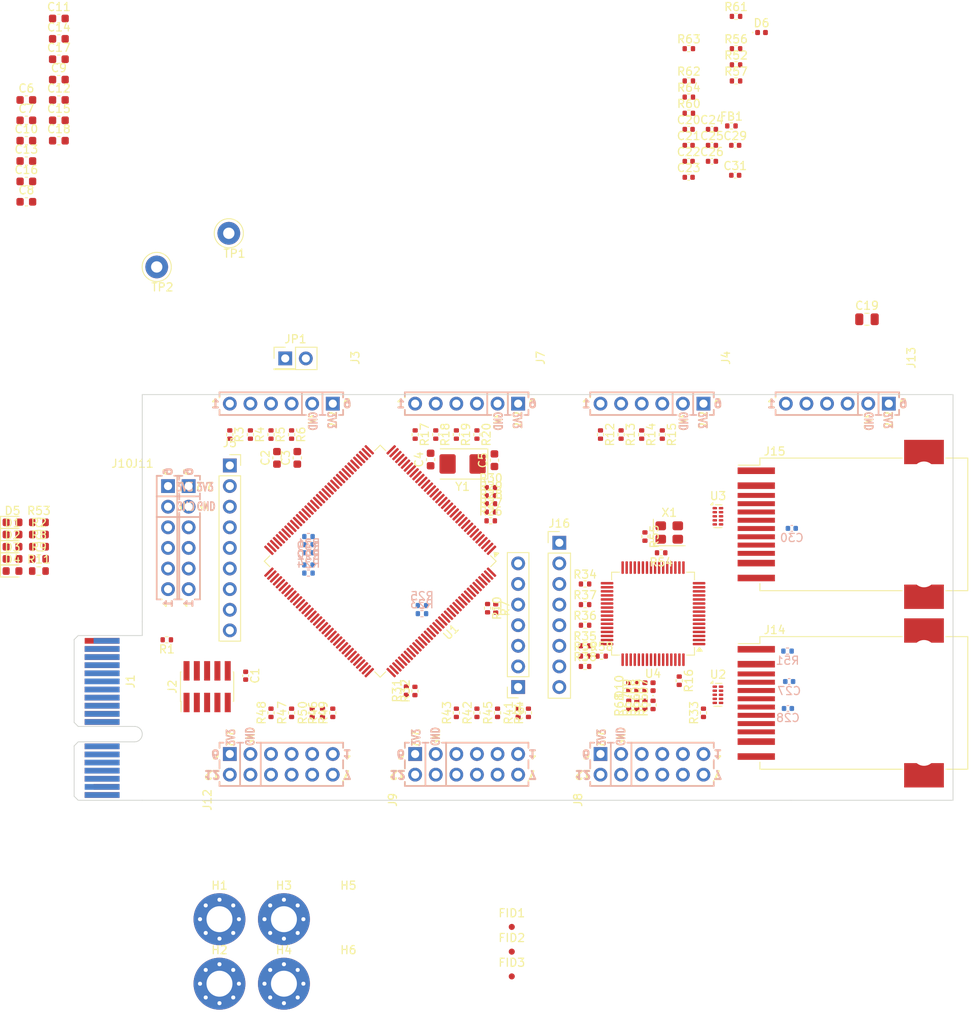
<source format=kicad_pcb>
(kicad_pcb (version 20241229) (generator "pcbnew") (generator_version "9.0")
  (layers (0 "F.Cu" signal) (2 "B.Cu" signal) (13 "F.Paste" user) (15 "B.Paste" user) (5 "F.SilkS" user "F.Silkscreen") (7 "B.SilkS" user "B.Silkscreen") (1 "F.Mask" user) (3 "B.Mask" user) (25 "Edge.Cuts" user))
  (net 0 "")
  (net 1 "/MCU/OSC_IN")
  (net 2 "GND")
  (net 3 "/MCU/OSC_OUT")
  (net 4 "Net-(U1-VCAP1)")
  (net 5 "+3V3")
  (net 6 "/MCU/~{RST}")
  (net 7 "+3.3V")
  (net 8 "/NIC/P1V3")
  (net 9 "/NIC/P1V3_FILT")
  (net 10 "Net-(J14-TCT)")
  (net 11 "Net-(J14-RCT)")
  (net 12 "Net-(J15-TCT)")
  (net 13 "Net-(J15-RCT)")
  (net 14 "Earth")
  (net 15 "Net-(D1-A)")
  (net 16 "Net-(D2-A)")
  (net 17 "Net-(D3-A)")
  (net 18 "Net-(D4-A)")
  (net 19 "/MCU/~{ETH_RST}")
  (net 20 "Net-(D6-K)")
  (net 21 "Net-(D7-K)")
  (net 22 "Net-(D7-A)")
  (net 23 "Net-(D8-A)")
  (net 24 "Net-(D8-K)")
  (net 25 "Net-(D9-A)")
  (net 26 "Net-(D9-K)")
  (net 27 "Net-(D10-K)")
  (net 28 "Net-(D10-A)")
  (net 29 "/MCU/PD9")
  (net 30 "/MCU/PD8")
  (net 31 "/MCU/PB15")
  (net 32 "/MCU/PD10")
  (net 33 "/MCU/PB14")
  (net 34 "/MCU/PD11")
  (net 35 "/MCU/PD12")
  (net 36 "/MCU/PE4")
  (net 37 "/MCU/PE3")
  (net 38 "/MCU/PE5")
  (net 39 "/MCU/PE2")
  (net 40 "/MCU/PE6")
  (net 41 "/MCU/SWDIO")
  (net 42 "/MCU/SWCLK")
  (net 44 "/MCU/SWO")
  (net 46 "/MCU/SPI4.CIPO")
  (net 47 "/MCU/SPI4.COPI")
  (net 48 "/MCU/SPI4.CS")
  (net 49 "/MCU/SPI4.SCK")
  (net 50 "/MCU/~{ETH_INT}")
  (net 51 "/NIC/P1LED1")
  (net 53 "/NIC/TX1_N")
  (net 54 "/NIC/P1LED0")
  (net 56 "/NIC/RX1_N")
  (net 57 "/NIC/RX1_P")
  (net 58 "/NIC/TX1_P")
  (net 59 "/NIC/P2LED1")
  (net 60 "/NIC/P2LED0")
  (net 61 "/NIC/RX2_N")
  (net 62 "/NIC/TX2_P")
  (net 64 "/NIC/RX2_P")
  (net 65 "/NIC/TX2_N")
  (net 67 "/MCU/BOOT0")
  (net 68 "/MCU/I2C2.ALERT")
  (net 69 "/MCU/~{QSPI_CS}")
  (net 70 "/MCU/I2C2.RESET")
  (net 71 "/MCU/I2C2.SCL")
  (net 72 "/MCU/I2C2.SDA")
  (net 73 "Net-(J14-Pad12)")
  (net 74 "Net-(J14-Pad1)")
  (net 75 "Net-(J15-Pad12)")
  (net 76 "/MCU/QSPI_IO3")
  (net 77 "Net-(J15-Pad1)")
  (net 78 "/MCU/QSPI_IO2")
  (net 79 "Net-(U1-PDR_ON)")
  (net 80 "/MCU/QSPI_IO0")
  (net 81 "/MCU/QSPI_IO1")
  (net 82 "Net-(U1-PB11)")
  (net 83 "/MCU/QSPI_CLK")
  (net 84 "Net-(U1-PB12)")
  (net 85 "Net-(U1-PG13)")
  (net 86 "Net-(U1-PB13)")
  (net 87 "Net-(U1-PG14)")
  (net 88 "/MCU/TXEN")
  (net 89 "Net-(U1-PF6)")
  (net 90 "/MCU/TXD1")
  (net 91 "Net-(U1-PF7)")
  (net 92 "Net-(U1-PF8)")
  (net 93 "Net-(U1-PF9)")
  (net 94 "/MCU/TXD0")
  (net 95 "Net-(U1-PF10)")
  (net 96 "/MCU/LED0")
  (net 97 "/MCU/LED1")
  (net 98 "/MCU/LED2")
  (net 99 "/MCU/LED3")
  (net 100 "Net-(X1-EN)")
  (net 101 "Net-(U1-PC10)")
  (net 102 "Net-(U1-PC12)")
  (net 103 "Net-(U1-PE12)")
  (net 104 "Net-(U1-PE13)")
  (net 105 "/MCU/PB1")
  (net 106 "Net-(U4-EN_REFCLK_O)")
  (net 107 "Net-(U4-~{INTR})")
  (net 108 "Net-(U4-ISET)")
  (net 109 "/MCU/USART2_RX")
  (net 110 "/MCU/USART1_RTS")
  (net 113 "/MCU/UART7_CTS")
  (net 115 "/MCU/RXD0")
  (net 117 "/MCU/PF12")
  (net 119 "/MCU/USART1_RX")
  (net 120 "/MCU/PB0")
  (net 121 "/MCU/RXD1")
  (net 123 "/MCU/USART2_RTS")
  (net 126 "/MCU/USART2_CTS")
  (net 128 "/MCU/UART7_RX")
  (net 133 "/MCU/QSPI_XTRA10")
  (net 134 "/MCU/PF11")
  (net 135 "/MCU/CRS_DV")
  (net 136 "/MCU/QSPI_XTRA7")
  (net 141 "/MCU/UART7_TX")
  (net 143 "/MCU/USART1_TX")
  (net 146 "/MCU/UART7_RTS")
  (net 147 "/MCU/USART2_TX")
  (net 153 "/MCU/REF_CLK")
  (net 154 "/MCU/PB2")
  (net 157 "/MCU/USART1_CTS")
  (net 166 "Net-(U4-X1)")
  (net 174 "/MCU/SPI3.CS")
  (net 176 "/MCU/SPI3.COPI")
  (net 177 "/MCU/SPI3.CIPO")
  (net 178 "/MCU/SPI3_INT")
  (net 179 "/MCU/SPI3_RST")
  (net 180 "/MCU/SPI3.SCK")
  (net 182 "/MCU/I2C4.SCL")
  (net 183 "/MCU/I2C4.SDA")
  (net 184 "/MCU/I2C4.RESET")
  (net 185 "/MCU/I2C4.ALERT")
  (net 187 "/MCU/SPI6.COPI")
  (net 189 "/MCU/SPI6.CIPO")
  (net 190 "/MCU/SPI6_RST")
  (net 191 "/MCU/SPI6_INT")
  (net 192 "/MCU/SPI6.CS")
  (net 193 "/MCU/SPI6.SCK")
  (net 194 "/MCU/I2C3.SDA")
  (net 195 "/MCU/I2C3.ALERT")
  (net 196 "/MCU/I2C3.RESET")
  (net 197 "/MCU/I2C3.SCL")
  (net 213 "VIN")
  (net 214 "+5V")
  (net 215 "Net-(J1-SSEN)")
  (net 216 "Net-(D5-A)")
  (footprint "Resistor_SMD:R_0402_1005Metric" (layer "F.Cu") (at 96.52 74.93 -90)
    (property "Reference" "R12")
    (property "Value" "10k")
  )
  (footprint "Capacitor_SMD:C_0603_1608Metric" (layer "F.Cu") (at 29.715 28.675)
    (property "Reference" "C17")
    (property "Value" "0µ1")
  )
  (footprint "Resistor_SMD:R_0402_1005Metric" (layer "F.Cu") (at 78.74 109.22 90)
    (property "Reference" "R43")
    (property "Value" "10k")
  )
  (footprint "Resistor_SMD:R_0402_1005Metric" (layer "F.Cu") (at 112.665 36.895)
    (property "Reference" "FB1")
    (property "Value" "FerriteBead")
  )
  (footprint "Resistor_SMD:R_0402_1005Metric" (layer "F.Cu") (at 82.99201 84.475781)
    (property "Reference" "R27")
    (property "Value" "22")
  )
  (footprint "Resistor_SMD:R_0402_1005Metric" (layer "F.Cu") (at 43.03 100.22 180)
    (property "Reference" "R1")
    (property "Value" "10k")
  )
  (footprint "Resistor_SMD:R_0402_1005Metric" (layer "F.Cu") (at 101 108.25 90)
    (property "Reference" "R67")
    (property "Value" "143Ω")
  )
  (footprint "Resistor_SMD:R_0402_1005Metric" (layer "F.Cu") (at 63.5 109.22 90)
    (property "Reference" "R49")
    (property "Value" "10k")
  )
  (footprint "PMOD:PMODPinSocket_1x06_P2.54mm_Horizontal" (layer "F.Cu") (at 96.52 71.12 -90)
    (property "Reference" "J4")
    (property "Value" "Conn6x1")
  )
  (footprint "PMOD:PMODPinSocket_2x06_P2.54mm_Horizontal" (layer "F.Cu") (at 86.36 114.3 90)
    (property "Reference" "J9")
    (property "Value" "Conn6x2")
  )
  (footprint "Resistor_SMD:R_0402_1005Metric" (layer "F.Cu") (at 83.82 109.22 90)
    (property "Reference" "R45")
    (property "Value" "10k")
  )
  (footprint "Resistor_SMD:R_0402_1005Metric" (layer "F.Cu") (at 102 87.5 -90)
    (property "Reference" "R55")
    (property "Value" "10KΩ")
  )
  (footprint "Connector_PinHeader_2.54mm:PinHeader_1x08_P2.54mm_Vertical" (layer "F.Cu") (at 91.44 88.265)
    (property "Reference" "J16")
    (property "Value" "Conn_01x08_Male")
  )
  (footprint "Fiducial:Fiducial_0.75mm_Mask1.5mm" (layer "F.Cu") (at 85.575 138.655)
    (property "Reference" "FID2")
    (property "Value" "Fiducial")
  )
  (footprint "PMOD:PMODPinSocket_2x06_P2.54mm_Horizontal" (layer "F.Cu") (at 63.5 114.3 90)
    (property "Reference" "J12")
    (property "Value" "Conn6x2")
  )
  (footprint "Resistor_SMD:R_0402_1005Metric" (layer "F.Cu") (at 113.235 23.395)
    (property "Reference" "R61")
    (property "Value" "1 MΩ")
  )
  (footprint "Capacitor_SMD:C_0402_1005Metric" (layer "F.Cu") (at 110.265 39.285)
    (property "Reference" "C25")
    (property "Value" "1 µF")
  )
  (footprint "Capacitor_SMD:C_0603_1608Metric" (layer "F.Cu") (at 83.436213 78.090575 90)
    (property "Reference" "C5")
    (property "Value" "11p")
  )
  (footprint "Resistor_SMD:R_0402_1005Metric" (layer "F.Cu") (at 96.653887 102.237857)
    (property "Reference" "R58")
    (property "Value" "4K7")
  )
  (footprint "LED_SMD:LED_0603_1608Metric" (layer "F.Cu") (at 24 88.75)
    (property "Reference" "D2")
    (property "Value" "LED")
  )
  (footprint "MountingHole:MountingHole_3.2mm_M3_Pad_Via" (layer "F.Cu") (at 49.525 142.605)
    (property "Reference" "H2")
    (property "Value" "MountingHole")
  )
  (footprint "Fiducial:Fiducial_0.75mm_Mask1.5mm" (layer "F.Cu") (at 85.575 141.705)
    (property "Reference" "FID3")
    (property "Value" "Fiducial")
  )
  (footprint "LED_SMD:LED_0402_1005Metric" (layer "F.Cu") (at 103 106 90)
    (property "Reference" "D7")
    (property "Value" "LED_RED")
  )
  (footprint "Capacitor_SMD:C_0603_1608Metric" (layer "F.Cu") (at 75.565016 78.006109 90)
    (property "Reference" "C4")
    (property "Value" "11p")
  )
  (footprint "Resistor_SMD:R_0603_1608Metric" (layer "F.Cu") (at 27.25 87.25)
    (property "Reference" "R2")
    (property "Value" "68")
  )
  (footprint "Fiducial:Fiducial_0.75mm_Mask1.5mm" (layer "F.Cu") (at 85.575 135.605)
    (property "Reference" "FID1")
    (property "Value" "Fiducial")
  )
  (footprint "LED_SMD:LED_0402_1005Metric" (layer "F.Cu") (at 102 106 90)
    (property "Reference" "D8")
    (property "Value" "LED_ORANGE")
  )
  (footprint "Capacitor_SMD:C_0402_1005Metric" (layer "F.Cu") (at 113.135 42.975)
    (property "Reference" "C31")
    (property "Value" "4700 pF")
  )
  (footprint "Resistor_SMD:R_0402_1005Metric" (layer "F.Cu") (at 109.22 109.22 90)
    (property "Reference" "R33")
    (property "Value" "10k")
  )
  (footprint "Resistor_SMD:R_0402_1005Metric" (layer "F.Cu") (at 73.629964 106.530208 90)
    (property "Reference" "R32")
    (property "Value" "22")
  )
  (footprint "Resistor_SMD:R_0402_1005Metric" (layer "F.Cu") (at 72.574778 106.497707 90)
    (property "Reference" "R31")
    (property "Value" "22")
  )
  (footprint "Capacitor_SMD:C_0603_1608Metric" (layer "F.Cu") (at 25.705 41.225)
    (property "Reference" "C13")
    (property "Value" "100n")
  )
  (footprint "Resistor_SMD:R_0402_1005Metric" (layer "F.Cu") (at 104 89.5 180)
    (property "Reference" "R54")
    (property "Value" "10KΩ")
  )
  (footprint "MountingHole:MountingHole_3.2mm_M3_Pad_Via" (layer "F.Cu") (at 57.475 134.655)
    (property "Reference" "H3")
    (property "Value" "MountingHole")
  )
  (footprint "Capacitor_SMD:C_0603_1608Metric" (layer "F.Cu") (at 29.715 23.655)
    (property "Reference" "C11")
    (property "Value" "100n")
  )
  (footprint "Connector_RJ:RJ45_Wuerth_74980111211_Horizontal" (layer "F.Cu") (at 129 86)
    (property "Reference" "J15")
    (property "Value" "Wuerth_74980111211")
  )
  (footprint "Connector_PinHeader_2.54mm:PinHeader_2x01_P2.54mm_Vertical" (layer "F.Cu") (at 57.635 65.545)
    (property "Reference" "JP1")
    (property "Value" "Conn2x1")
  )
  (footprint "Capacitor_SMD:C_0603_1608Metric" (layer "F.Cu") (at 25.705 43.735)
    (property "Reference" "C16")
    (property "Value" "0µ1")
  )
  (footprint "MountingHole:MountingHole_3.2mm_M3_Pad_Via" (layer "F.Cu") (at 57.475 142.605)
    (property "Reference" "H4")
    (property "Value" "MountingHole")
  )
  (footprint "PMOD:PMODPinSocket_1x06_P2.54mm_Horizontal" (layer "F.Cu") (at 73.66 71.12 -90)
    (property "Reference" "J7")
    (property "Value" "Conn6x1")
  )
  (footprint "Crystal:Crystal_SMD_5032-2Pin_5.0x3.2mm" (layer "F.Cu") (at 79.51 78.555 180)
    (property "Reference" "Y1")
    (property "Value" "8MHz")
  )
  (footprint "Resistor_SMD:R_0402_1005Metric" (layer "F.Cu") (at 103 108.25 90)
    (property "Reference" "R65")
    (property "Value" "143Ω")
  )
  (footprint "TestPoint:TestPoint_Loop_D3.50mm_Drill1.4mm_Beaded" (layer "F.Cu") (at 41.785 54.275)
    (property "Reference" "TP2")
    (property "Value" "TestPoint")
  )
  (footprint "Resistor_SMD:R_0402_1005Metric" (layer "F.Cu") (at 107.415 31.355)
    (property "Reference" "R62")
    (property "Value" "10K")
  )
  (footprint "Capacitor_SMD:C_0603_1608Metric" (layer "F.Cu") (at 29.715 36.205)
    (property "Reference" "C15")
    (property "Value" "100n")
  )
  (footprint "LED_SMD:LED_0402_1005Metric" (layer "F.Cu") (at 100 106 90)
    (property "Reference" "D10")
    (property "Value" "LED_BLUE")
  )
  (footprint "Resistor_SMD:R_0402_1005Metric" (layer "F.Cu") (at 102 108.25 90)
    (property "Reference" "R66")
    (property "Value" "143Ω")
  )
  (footprint "Connector_RJ:RJ45_Wuerth_74980111211_Horizontal" (layer "F.Cu") (at 129 108)
    (property "Reference" "J14")
    (property "Value" "Wuerth_74980111211")
  )
  (footprint "Capacitor_SMD:C_0603_1608Metric" (layer "F.Cu") (at 25.705 36.205)
    (property "Reference" "C7")
    (property "Value" "100n")
  )
  (footprint "Resistor_SMD:R_0402_1005Metric" (layer "F.Cu") (at 81.28 74.93 -90)
    (property "Reference" "R20")
    (property "Value" "2K2")
  )
  (footprint "Capacitor_SMD:C_0402_1005Metric" (layer "F.Cu") (at 52.755 104.645 -90)
    (property "Reference" "C1")
    (property "Value" "100n")
  )
  (footprint "Resistor_SMD:R_0402_1005Metric" (layer "F.Cu") (at 107.415 27.375)
    (property "Reference" "R63")
    (property "Value" "143R")
  )
  (footprint "Resistor_SMD:R_0402_1005Metric" (layer "F.Cu") (at 81.28 109.22 90)
    (property "Reference" "R42")
    (property "Value" "10k")
  )
  (footprint "Resistor_SMD:R_0603_1608Metric" (layer "F.Cu") (at 27.25 91.75)
    (property "Reference" "R11")
    (property "Value" "68")
  )
  (footprint "PMOD:PMODPinSocket_2x06_P2.54mm_Horizontal" (layer "F.Cu") (at 109.22 114.3 90)
    (property "Reference" "J8")
    (property "Value" "Conn6x2")
  )
  (footprint "Resistor_SMD:R_0402_1005Metric" (layer "F.Cu") (at 100 108.25 90)
    (property "Reference" "R68")
    (property "Value" "143Ω")
  )
  (footprint "Resistor_SMD:R_0402_1005Metric" (layer "F.Cu") (at 94.615 95.885)
    (property "Reference" "R37")
    (property "Value" "10k")
  )
  (footprint "Resistor_SMD:R_0402_1005Metric" (layer "F.Cu") (at 113.235 27.375)
    (property "Reference" "R56")
    (property "Value" "143Ω")
  )
  (footprint "Capacitor_SMD:C_0603_1608Metric" (layer "F.Cu") (at 56.615 77.8 90)
    (property "Reference" "C2")
    (property "Value" "2µ2 100mR")
  )
  (footprint "Capacitor_SMD:C_0402_1005Metric" (layer "F.Cu") (at 113.135 39.285)
    (property "Reference" "C29")
    (property "Value" "0.1 µF")
  )
  (footprint "Resistor_SMD:R_0402_1005Metric" (layer "F.Cu") (at 76.2 74.93 -90)
    (property "Reference" "R18")
    (property "Value" "10k")
  )
  (footprint "LED_SMD:LED_0603_1608Metric" (layer "F.Cu") (at 24 90.25)
    (property "Reference" "D3")
    (property "Value" "LED")
  )
  (footprint "Resistor_SMD:R_0402_1005Metric" (layer "F.Cu") (at 101.6 74.93 -90)
    (property "Reference" "R14")
    (property "Value" "2K2")
  )
  (footprint "Connector_PinSocket_2.54mm:PinSocket_1x09_P2.54mm_Vertical" (layer "F.Cu") (at 50.8 78.74)
    (property "Reference" "J5")
    (property "Value" "Conn9x1")
  )
  (footprint "Resistor_SMD:R_0402_1005Metric" (layer "F.Cu") (at 50.8 74.93 -90)
    (property "Reference" "R3")
    (property "Value" "10k")
  )
  (footprint "Resistor_SMD:R_0402_1005Metric" (layer "F.Cu") (at 82.985746 82.466282)
    (property "Reference" "R29")
    (property "Value" "22")
  )
  (footprint "PMOD:PMODPinSocket_1x06_P2.54mm_Horizontal" (layer "F.Cu") (at 50.8 71.12 -90)
    (property "Reference" "J3")
    (property "Value" "Conn6x1")
  )
  (footprint "Resistor_SMD:R_0402_1005Metric" (layer "F.Cu") (at 73.66 74.93 -90)
    (property "Reference" "R17")
    (property "Value" "10k")
  )
  (footprint "Resistor_SMD:R_0402_1005Metric" (layer "F.Cu") (at 58.42 74.93 -90)
    (property "Reference" "R6")
    (property "Value" "2K2")
  )
  (footprint "Capacitor_SMD:C_0805_2012Metric" (layer "F.Cu") (at 129.385 60.725)
    (property "Reference" "C19")
    (property "Value" "10 µF")
  )
  (footprint "Package_QFP:LQFP-64_10x10mm_P0.5mm" (layer "F.Cu") (at 103 97 180)
    (property "Reference" "U4")
    (property "Value" "KSZ8463FRLI")
  )
  (footprint "Connector_PinSocket_2.54mm:PinSocket_1x07_P2.54mm_Vertical" (layer "F.Cu") (at 86.36 106.045 180)
    (property "Reference" "J6")
    (property "Value" "Conn_01x07")
  )
  (footprint "Oscillator:Oscillator_SMD_Abracon_ASE-4Pin_3.2x2.5mm" (layer "F.Cu") (at 105 87)
    (property "Reference" "X1")
    (property "Value" "ASE-25.000MHZ-LC")
  )
  (footprint "Resistor_SMD:R_0402_1005Metric" (layer "F.Cu") (at 86.36 109.22 90)
    (property "Reference" "R41")
    (property "Value" "10k")
  )
  (footprint "Capacitor_SMD:C_0603_1608Metric" (layer "F.Cu") (at 29.715 31.185)
    (property "Reference" "C9")
    (property "Value" "100n")
  )
  (footprint "Resistor_SMD:R_0402_1005Metric" (layer "F.Cu") (at 104.14 74.93 -90)
    (property "Reference" "R15")
    (property "Value" "2K2")
  )
  (footprint "Resistor_SMD:R_0402_1005Metric" (layer "F.Cu") (at 94.615 98.425)
    (property "Reference" "R36")
    (property "Value" "10k")
  )
  (footprint "Resistor_SMD:R_0603_1608Metric" (layer "F.Cu") (at 27.25 85.75)
    (property "Reference" "R53")
    (property "Value" "68")
  )
  (footprint "Package_QFP:LQFP-144_20x20mm_P0.5mm" (layer "F.Cu") (at 69.35 90.54 -135)
    (property "Reference" "U1")
    (property "Value" "STM32H753ZITx")
  )
  (footprint "Resistor_SMD:R_0402_1005Metric" (layer "F.Cu") (at 83.598062 96.358435 -90)
    (property "Reference" "R7")
    (property "Value" "10k")
  )
  (footprint "MountingHole:MountingHole_3.2mm_M3" (layer "F.Cu") (at 65.425 142.605)
    (property "Reference" "H6")
    (property "Value" "MountingHole")
  )
  (footprint "Resistor_SMD:R_0402_1005Metric" (layer "F.Cu") (at 99.06 74.93 -90)
    (property "Reference" "R13")
    (property "Value" "10k")
  )
  (footprint "Capacitor_SMD:C_0603_1608Metric" (layer "F.Cu") (at 25.705 38.715)
    (property "Reference" "C10")
    (property "Value" "100n")
  )
  (footprint "PMOD:PMODPinSocket_1x06_P2.54mm_Horizontal" (layer "F.Cu") (at 119.38 71.12 -90)
    (property "Reference" "J13")
    (property "Value" "Conn6x1")
  )
  (footprint "Resistor_SMD:R_0402_1005Metric" (layer "F.Cu") (at 82.998398 83.457139)
    (property "Reference" "R28")
    (property "Value" "22")
  )
  (footprint "Resistor_SMD:R_0402_1005Metric" (layer "F.Cu") (at 113.235 31.355)
    (property "Reference" "R57")
    (property "Value" "143Ω")
  )
  (footprint "Resistor_SMD:R_0402_1005Metric" (layer "F.Cu") (at 107.415 33.345)
    (property "Reference" "R64")
    (property "Value" "4.7 KΩ")
  )
  (footprint "Capacitor_SMD:C_0603_1608Metric" (layer "F.Cu") (at 59.125 77.8 90)
    (property "Reference" "C3")
    (property "Value" "2µ2 100mR")
  )
  (footprint "Resistor_SMD:R_0402_1005Metric" (layer "F.Cu") (at 82.995594 81.472132)
    (property "Reference" "R30")
    (property "Value" "22")
  )
  (footprint "LED_SMD:LED_0603_1608Metric" (layer "F.Cu") (at 24 87.25)
    (property "Reference" "D1")
    (property "Value" "LED")
  )
  (footprint "LED_SMD:LED_0603_1608Metric" (layer "F.Cu") (at 24 91.75)
    (property "Reference" "D4")
    (property "Value" "LED")
  )
  (footprint "Resistor_SMD:R_0402_1005Metric" (layer "F.Cu") (at 55.88 109.22 90)
    (property "Reference" "R48")
    (property "Value" "10k")
  )
  (footprint "PMOD:PMODPinSocket_1x06_P2.54mm_Horizontal" (layer "F.Cu") (at 45.72 93.98)
    (property "Reference" "J11")
    (property "Value" "Conn6x1")
  )
  (footprint "Resistor_SMD:R_0402_1005Metric" (layer "F.Cu") (at 107.415 35.335)
    (property "Reference" "R60")
    (property "Value" "6.49 KΩ")
  )
  (footprint "Resistor_SMD:R_0603_1608Metric" (layer "F.Cu") (at 27.25 90.25)
    (property "Reference" "R9")
    (property "Value" "68")
  )
  (footprint "Resistor_SMD:R_0402_1005Metric" (layer "F.Cu") (at 106.229575 105.264946 -90)
    (property "Reference" "R16")
    (property "Value" "10k")
  )
  (footprint "Resistor_SMD:R_0402_1005Metric" (layer "F.Cu") (at 94.615 100.965)
    (property "Reference" "R35")
    (property "Value" "10k")
  )
  (footprint "Resistor_SMD:R_0402_1005Metric" (layer "F.Cu") (at 82.977877 85.561888)
    (property "Reference" "R26")
    (property "Value" "22")
  )
  (footprint "Capacitor_SMD:C_0603_1608Metric" (layer "F.Cu") (at 29.715 38.715)
    (property "Reference" "C18")
    (property "Value" "0µ1")
  )
  (footprint "Resistor_SMD:R_0402_1005Metric" (layer "F.Cu") (at 87.63 109.22 90)
    (property "Reference" "R44")
    (property "Value" "10k")
  )
  (footprint "Capacitor_SMD:C_0402_1005Metric" (layer "F.Cu") (at 107.395 37.315)
    (property "Reference" "C20")
    (property "Value" "1 µF")
  )
  (footprint "TestPoint:TestPoint_Loop_D3.50mm_Drill1.4mm_Beaded" (layer "F.Cu") (at 50.675 50.125)
    (property "Reference" "TP1")
    (property "Value" "TestPoint")
  )
  (footprint "LED_SMD:LED_0402_1005Metric" (layer "F.Cu") (at 101 106 90)
    (property "Reference" "D9")
    (property "Value" "LED_GREEN")
  )
  (footprint "Resistor_SMD:R_0402_1005Metric" (layer "F.Cu") (at 113.235 29.365)
    (property "Reference" "R52")
    (property "Value" "143Ω")
  )
  (footprint "MountingHole:MountingHole_3.2mm_M3_Pad_Via" (layer "F.Cu") (at 49.525 134.655)
    (property "Reference" "H1")
    (property "Value" "MountingHole")
  )
  (footprint "Package_SON:USON-10_2.5x1.0mm_P0.5mm" (layer "F.Cu") (at 111 107)
    (property "Reference" "U2")
    (property "Value" "TPD4S010DQAR")
  )
  (footprint "Resistor_SMD:R_0402_1005Metric" (layer "F.Cu") (at 82.590674 96.324828 -90)
    (property "Reference" "R10")
    (property "Value" "10k")
  )
  (footprint "Resistor_SMD:R_0402_1005Metric" (layer "F.Cu") (at 60.96 109.22 90)
    (property "Reference" "R50")
    (property "Value" "10k")
  )
  (footprint "Connector_PCBEdge:BUS_PCIexpress_x1" (layer "F.Cu") (at 35.05 100.35 -90)
    (property "Reference" "J1")
    (property "Value" "MCU_card_interface")
    (fp_line (start -0.15 3.45) (end 10.05 3.45) (stroke (width 0.1)) (layer "Edge.Cuts"))
    (fp_line (start 12.95 3.45) (end 19.15 3.45) (stroke (width 0.1)) (layer "Edge.Cuts"))
    (fp_line (start -0.65 2.95) (end -0.15 3.45) (stroke (width 0.1)) (layer "Edge.Cuts"))
    (fp_line (start 10.55 2.95) (end 10.05 3.45) (stroke (width 0.1)) (layer "Edge.Cuts"))
    (fp_line (start 12.45 2.95) (end 12.95 3.45) (stroke (width 0.1)) (layer "Edge.Cuts"))
    (fp_line (start 19.65 2.95) (end 19.15 3.45) (stroke (width 0.1)) (layer "Edge.Cuts"))
    (fp_line (start 10.55 -4) (end 10.55 2.95) (stroke (width 0.1)) (layer "Edge.Cuts"))
    (fp_line (start 12.45 -4) (end 12.45 2.95) (stroke (width 0.1)) (layer "Edge.Cuts"))
    (fp_line (start -0.65 -4.95) (end -0.65 2.95) (stroke (width 0.1)) (layer "Edge.Cuts"))
    (fp_line (start 19.65 -4.95) (end 19.65 2.95) (stroke (width 0.1)) (layer "Edge.Cuts"))
    (fp_arc (start 10.55 -4) (mid 11.5 -4.95) (end 12.45 -4) (stroke (width 0.1)) (layer "Edge.Cuts"))
  )
  (footprint "Capacitor_SMD:C_0603_1608Metric" (layer "F.Cu") (at 29.715 33.695)
    (property "Reference" "C12")
    (property "Value" "100n")
  )
  (footprint "Capacitor_SMD:C_0402_1005Metric" (layer "F.Cu") (at 110.265 37.315)
    (property "Reference" "C24")
    (property "Value" "1 µF")
  )
  (footprint "Capacitor_SMD:C_0402_1005Metric" (layer "F.Cu") (at 110.265 41.255)
    (property "Reference" "C26")
    (property "Value" "1 µF")
  )
  (footprint "LED_SMD:LED_0402_1005Metric" (layer "F.Cu") (at 116.38 25.385)
    (property "Reference" "D6")
    (property "Value" "LED_GREEN")
  )
  (footprint "LED_SMD:LED_0603_1608Metric" (layer "F.Cu") (at 24 85.75)
    (property "Reference" "D5")
    (property "Value" "LED")
  )
  (footprint "Resistor_SMD:R_0402_1005Metric" (layer "F.Cu") (at 62.23 109.22 90)
    (property "Reference" "R46")
    (property "Value" "10k")
  )
  (footprint "Package_SON:USON-10_2.5x1.0mm_P0.5mm" (layer "F.Cu") (at 111 85)
    (property "Reference" "U3")
    (property "Value" "TPD4S010DQAR")
  )
  (footprint "Resistor_SMD:R_0402_1005Metric" (layer "F.Cu") (at 55.88 74.93 -90)
    (property "Reference" "R5")
    (property "Value" "2K2")
  )
  (footprint "MountingHole:MountingHole_3.2mm_M3" (layer "F.Cu") (at 65.425 134.655)
    (property "Reference" "H5")
    (property "Value" "MountingHole")
  )
  (footprint "Capacitor_SMD:C_0603_1608Metric" (layer "F.Cu") (at 29.715 26.165)
    (property "Reference" "C14")
    (property "Value" "100n")
  )
  (footprint "Connector_PinHeader_1.27mm:PinHeader_2x05_P1.27mm_Vertical_SMD" (layer "F.Cu") (at 48 106 90)
    (property "Reference" "J2")
    (property "Value" "SWD")
  )
  (footprint "Resistor_SMD:R_0402_1005Metric" (layer "F.Cu") (at 94.615 103.505)
    (property "Reference" "R38")
    (property "Value" "10k")
  )
  (footprint "Resistor_SMD:R_0402_1005Metric" (layer "F.Cu") (at 58.42 109.22 90)
    (property "Reference" "R47")
    (property "Value" "10k")
  )
  (footprint "PMOD:PMODPinSocket_1x06_P2.54mm_Horizontal" (layer "F.Cu") (at 43.18 93.98)
    (property "Reference" "J10")
    (property "Value" "Conn6x1")
  )
  (footprint "Capacitor_SMD:C_0603_1608Metric" (layer "F.Cu") (at 25.705 46.245)
    (property "Reference" "C8")
    (property "Value" "100n")
  )
  (footprint "Capacitor_SMD:C_0402_1005Metric" (layer "F.Cu") (at 107.395 39.285)
    (property "Reference" "C21")
    (property "Value" "1 µF")
  )
  (footprint "Capacitor_SMD:C_0402_1005Metric" (layer "F.Cu") (at 107.395 41.255)
    (property "Reference" "C22")
    (property "Value" "1 µF")
  )
  (footprint "Resistor_SMD:R_0603_1608Metric" (layer "F.Cu") (at 27.263192 88.75)
    (property "Reference" "R8")
    (property "Value" "68")
  )
  (footprint "Resistor_SMD:R_0402_1005Metric" (layer "F.Cu") (at 94.615 102.235)
    (property "Reference" "R59")
    (property "Value" "0R")
  )
  (footprint "Capacitor_SMD:C_0402_1005Metric" (layer "F.Cu") (at 107.395 43.225)
    (property "Reference" "C23")
    (property "Value" "1 µF")
  )
  (footprint "Resistor_SMD:R_0402_1005Metric" (layer "F.Cu") (at 53.34 74.93 -90)
    (property "Reference" "R4")
    (property "Value" "10k")
  )
  (footprint "Resistor_SMD:R_0402_1005Metric" (layer "F.Cu") (at 94.615 93.345)
    (property "Reference" "R34")
    (property "Value" "10k")
  )
  (footprint "Resistor_SMD:R_0402_1005Metric" (layer "F.Cu") (at 78.74 74.93 -90)
    (property "Reference" "R19")
    (property "Value" "2K2")
  )
  (footprint "Capacitor_SMD:C_0603_1608Metric" (layer "F.Cu") (at 25.705 33.695)
    (property "Reference" "C6")
    (property "Value" "4µ7")
  )
  (footprint "Capacitor_SMD:C_0402_1005Metric" (layer "B.Cu") (at 119.79 105.365)
    (property "Reference" "C27")
    (property "Value" "0.1 µF")
  )
  (footprint "Resistor_SMD:R_0402_1005Metric" (layer "B.Cu") (at 74.5 97 180)
    (property "Reference" "R23")
    (property "Value" "22")
  )
  (footprint "Resistor_SMD:R_0402_1005Metric" (layer "B.Cu") (at 60.5 87.5)
    (property "Reference" "R39")
    (property "Value" "22")
  )
  (footprint "Resistor_SMD:R_0402_1005Metric" (layer "B.Cu") (at 60.5 89.5 180)
    (property "Reference" "R21")
    (property "Value" "22")
  )
  (footprint "Resistor_SMD:R_0402_1005Metric" (layer "B.Cu") (at 60.5 88.5)
    (property "Reference" "R40")
    (property "Value" "22")
  )
  (footprint "Resistor_SMD:R_0402_1005Metric" (layer "B.Cu") (at 119.585 101.615)
    (property "Reference" "R51")
    (property "Value" "143Ω")
  )
  (footprint "Capacitor_SMD:C_0402_1005Metric" (layer "B.Cu") (at 120.114405 86.492765)
    (property "Reference" "C30")
    (property "Value" "0.1 µF")
  )
  (footprint "Capacitor_SMD:C_0402_1005Metric" (layer "B.Cu") (at 119.635 108.685)
    (property "Reference" "C28")
    (property "Value" "0.1 µF")
  )
  (footprint "Resistor_SMD:R_0402_1005Metric" (layer "B.Cu") (at 74.5 96 180)
    (property "Reference" "R25")
    (property "Value" "22")
  )
  (footprint "Resistor_SMD:R_0402_1005Metric" (layer "B.Cu") (at 60.5 91 180)
    (property "Reference" "R22")
    (property "Value" "22")
  )
  (footprint "Resistor_SMD:R_0402_1005Metric" (layer "B.Cu") (at 60.5 92 180)
    (property "Reference" "R24")
    (property "Value" "22")
  )
  (gr_line (start 140 70) (end 40 70) (stroke (width 0.1)) (layer "Edge.Cuts"))
  (gr_line (start 140 120) (end 120 120) (stroke (width 0.1)) (layer "Edge.Cuts"))
  (gr_line (start 40 70) (end 40 98) (stroke (width 0.1)) (layer "Edge.Cuts"))
  (gr_line (start 140 70) (end 140 120) (stroke (width 0.1)) (layer "Edge.Cuts"))
  (gr_line (start 40 120) (end 120 120) (stroke (width 0.1)) (layer "Edge.Cuts"))
  (gr_line (start 40 99.7) (end 40 98) (stroke (width 0.1)) (layer "Edge.Cuts"))
)
</source>
